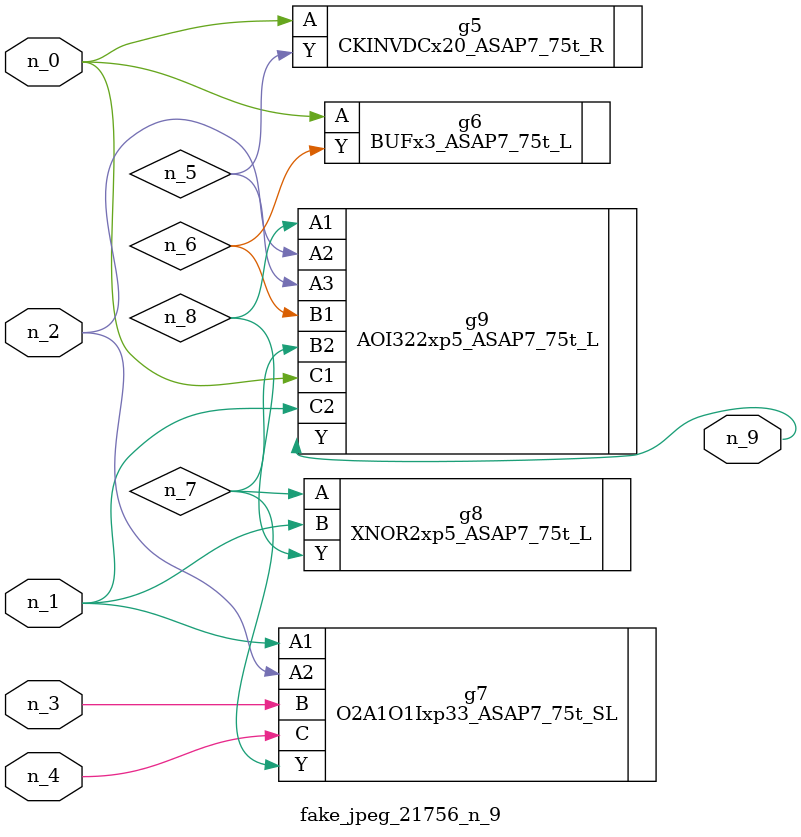
<source format=v>
module fake_jpeg_21756_n_9 (n_3, n_2, n_1, n_0, n_4, n_9);

input n_3;
input n_2;
input n_1;
input n_0;
input n_4;

output n_9;

wire n_8;
wire n_6;
wire n_5;
wire n_7;

CKINVDCx20_ASAP7_75t_R g5 ( 
.A(n_0),
.Y(n_5)
);

BUFx3_ASAP7_75t_L g6 ( 
.A(n_0),
.Y(n_6)
);

O2A1O1Ixp33_ASAP7_75t_SL g7 ( 
.A1(n_1),
.A2(n_2),
.B(n_3),
.C(n_4),
.Y(n_7)
);

XNOR2xp5_ASAP7_75t_L g8 ( 
.A(n_7),
.B(n_1),
.Y(n_8)
);

AOI322xp5_ASAP7_75t_L g9 ( 
.A1(n_8),
.A2(n_2),
.A3(n_5),
.B1(n_6),
.B2(n_7),
.C1(n_0),
.C2(n_1),
.Y(n_9)
);


endmodule
</source>
